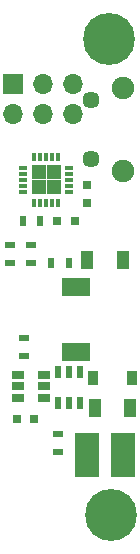
<source format=gbs>
G04 #@! TF.FileFunction,Soldermask,Bot*
%FSLAX46Y46*%
G04 Gerber Fmt 4.6, Leading zero omitted, Abs format (unit mm)*
G04 Created by KiCad (PCBNEW 4.0.7) date Wednesday, October 18, 2017 'PMt' 08:17:54 PM*
%MOMM*%
%LPD*%
G01*
G04 APERTURE LIST*
%ADD10C,0.150000*%
%ADD11C,4.400000*%
%ADD12R,1.700000X1.700000*%
%ADD13O,1.700000X1.700000*%
%ADD14R,1.000000X1.600000*%
%ADD15R,0.800000X0.750000*%
%ADD16R,0.900000X1.200000*%
%ADD17C,1.450000*%
%ADD18C,1.899920*%
%ADD19R,2.400000X1.500000*%
%ADD20R,0.500000X1.000000*%
%ADD21R,0.500000X0.900000*%
%ADD22R,0.900000X0.500000*%
%ADD23R,0.730000X0.300000*%
%ADD24R,0.300000X0.730000*%
%ADD25R,1.250000X1.250000*%
%ADD26R,1.060000X0.650000*%
%ADD27R,0.750000X0.800000*%
%ADD28R,2.000000X3.800000*%
G04 APERTURE END LIST*
D10*
D11*
X133350000Y-116586000D03*
D12*
X125095000Y-80137000D03*
D13*
X125095000Y-82677000D03*
X127635000Y-80137000D03*
X127635000Y-82677000D03*
X130175000Y-80137000D03*
X130175000Y-82677000D03*
D14*
X131342000Y-94996000D03*
X134342000Y-94996000D03*
X135001000Y-107569000D03*
X132001000Y-107569000D03*
D15*
X128778000Y-91694000D03*
X130278000Y-91694000D03*
X125373000Y-108458000D03*
X126873000Y-108458000D03*
D16*
X135127000Y-105029000D03*
X131827000Y-105029000D03*
D17*
X131655663Y-86451407D03*
X131655663Y-81451407D03*
D18*
X134355663Y-87451407D03*
X134355663Y-80451407D03*
D19*
X130413606Y-102780738D03*
X130413606Y-97280738D03*
D20*
X130744000Y-104466000D03*
X130744000Y-107116000D03*
X129794000Y-104466000D03*
X129794000Y-107116000D03*
X128844000Y-104466000D03*
X128844000Y-107116000D03*
D21*
X125881000Y-91694000D03*
X127381000Y-91694000D03*
D22*
X128905000Y-111252000D03*
X128905000Y-109752000D03*
X125984000Y-101612000D03*
X125984000Y-103112000D03*
D21*
X128294000Y-95250000D03*
X129794000Y-95250000D03*
D23*
X129844000Y-87224200D03*
X129844000Y-87724200D03*
X129844000Y-88224200D03*
X129844000Y-88724200D03*
X129844000Y-89224200D03*
D24*
X128879000Y-90189200D03*
X128379000Y-90189200D03*
X127879000Y-90189200D03*
X127379000Y-90189200D03*
X126879000Y-90189200D03*
D23*
X125914000Y-89224200D03*
X125914000Y-88724200D03*
X125914000Y-88224200D03*
X125914000Y-87724200D03*
X125914000Y-87224200D03*
D24*
X126879000Y-86259200D03*
X127379000Y-86259200D03*
X127879000Y-86259200D03*
X128379000Y-86259200D03*
X128879000Y-86259200D03*
D25*
X127254000Y-88849200D03*
X127254000Y-87599200D03*
X128504000Y-88849200D03*
X128504000Y-87599200D03*
D26*
X125448985Y-106657519D03*
X125448985Y-105707519D03*
X125448985Y-104757519D03*
X127648985Y-104757519D03*
X127648985Y-106657519D03*
X127648985Y-105707519D03*
D22*
X124841000Y-93738000D03*
X124841000Y-95238000D03*
X126619000Y-93738000D03*
X126619000Y-95238000D03*
D27*
X131318000Y-90158000D03*
X131318000Y-88658000D03*
D28*
X134366000Y-111506000D03*
X131318000Y-111506000D03*
D11*
X133223000Y-76327000D03*
M02*

</source>
